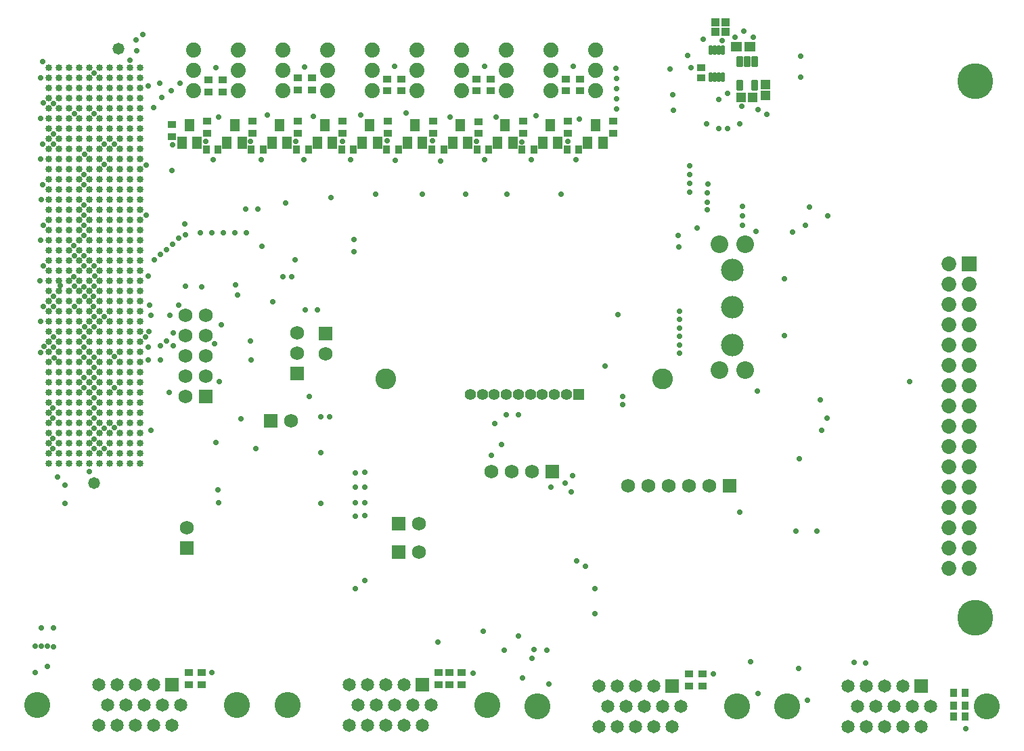
<source format=gbs>
G04*
G04 #@! TF.GenerationSoftware,Altium Limited,Altium Designer,20.0.10 (225)*
G04*
G04 Layer_Color=16711935*
%FSLAX25Y25*%
%MOIN*%
G70*
G01*
G75*
%ADD31R,0.03556X0.04343*%
%ADD32R,0.04147X0.03556*%
%ADD36R,0.04343X0.03556*%
%ADD37C,0.02800*%
%ADD38C,0.05800*%
%ADD39C,0.10249*%
%ADD40C,0.05556*%
%ADD41R,0.05556X0.05556*%
%ADD42C,0.12800*%
%ADD43C,0.06500*%
%ADD44R,0.06500X0.06500*%
%ADD45C,0.07400*%
%ADD46C,0.08700*%
%ADD47C,0.11100*%
%ADD48C,0.07296*%
%ADD49R,0.07296X0.07296*%
%ADD50R,0.06902X0.06902*%
%ADD51C,0.06902*%
%ADD52C,0.17700*%
%ADD53R,0.06902X0.06902*%
%ADD119C,0.03320*%
%ADD120R,0.04737X0.06312*%
%ADD121R,0.04343X0.03950*%
G04:AMPARAMS|DCode=122|XSize=19.81mil|YSize=47.37mil|CornerRadius=5.95mil|HoleSize=0mil|Usage=FLASHONLY|Rotation=180.000|XOffset=0mil|YOffset=0mil|HoleType=Round|Shape=RoundedRectangle|*
%AMROUNDEDRECTD122*
21,1,0.01981,0.03547,0,0,180.0*
21,1,0.00791,0.04737,0,0,180.0*
1,1,0.01190,-0.00396,0.01774*
1,1,0.01190,0.00396,0.01774*
1,1,0.01190,0.00396,-0.01774*
1,1,0.01190,-0.00396,-0.01774*
%
%ADD122ROUNDEDRECTD122*%
%ADD123R,0.04934X0.04934*%
G04:AMPARAMS|DCode=124|XSize=33.59mil|YSize=55.24mil|CornerRadius=5.92mil|HoleSize=0mil|Usage=FLASHONLY|Rotation=180.000|XOffset=0mil|YOffset=0mil|HoleType=Round|Shape=RoundedRectangle|*
%AMROUNDEDRECTD124*
21,1,0.03359,0.04341,0,0,180.0*
21,1,0.02175,0.05524,0,0,180.0*
1,1,0.01184,-0.01088,0.02170*
1,1,0.01184,0.01088,0.02170*
1,1,0.01184,0.01088,-0.02170*
1,1,0.01184,-0.01088,-0.02170*
%
%ADD124ROUNDEDRECTD124*%
%ADD125R,0.04540X0.04934*%
%ADD126R,0.05721X0.05131*%
D31*
X280753Y335300D02*
D03*
X274847D02*
D03*
X258540D02*
D03*
X252635D02*
D03*
X236328D02*
D03*
X230422D02*
D03*
X214115Y335300D02*
D03*
X208210D02*
D03*
X191903Y335300D02*
D03*
X185997D02*
D03*
X169690D02*
D03*
X163785D02*
D03*
X147478D02*
D03*
X141572D02*
D03*
X125265D02*
D03*
X119360D02*
D03*
X103053D02*
D03*
X97147D02*
D03*
X465147Y55800D02*
D03*
X471053D02*
D03*
X465147Y61400D02*
D03*
X471053D02*
D03*
X465147Y67600D02*
D03*
X471053D02*
D03*
D32*
X341000Y375461D02*
D03*
Y370539D02*
D03*
D36*
X208755Y343247D02*
D03*
Y349153D02*
D03*
X231100Y343200D02*
D03*
Y349106D02*
D03*
X253178Y343247D02*
D03*
Y349153D02*
D03*
X275389Y343247D02*
D03*
Y349153D02*
D03*
X297600Y343247D02*
D03*
Y349153D02*
D03*
X80100Y341747D02*
D03*
Y347653D02*
D03*
X88500Y71547D02*
D03*
Y77453D02*
D03*
X95000Y71547D02*
D03*
Y77453D02*
D03*
X211500Y71547D02*
D03*
Y77453D02*
D03*
X217000Y71547D02*
D03*
Y77453D02*
D03*
X223000Y71547D02*
D03*
Y77453D02*
D03*
X335000Y71047D02*
D03*
Y76953D02*
D03*
X341500Y71047D02*
D03*
Y76953D02*
D03*
X186544Y349153D02*
D03*
Y343247D02*
D03*
X164333Y349153D02*
D03*
Y343247D02*
D03*
X142122Y349153D02*
D03*
Y343247D02*
D03*
X119911Y349153D02*
D03*
Y343247D02*
D03*
X97700Y349153D02*
D03*
Y343247D02*
D03*
X98300Y369605D02*
D03*
Y363700D02*
D03*
X149300Y370605D02*
D03*
Y364700D02*
D03*
X186300Y370106D02*
D03*
Y364200D02*
D03*
X237300Y370106D02*
D03*
Y364200D02*
D03*
X274300Y370106D02*
D03*
Y364200D02*
D03*
X105300Y369605D02*
D03*
Y363700D02*
D03*
X142300Y370605D02*
D03*
Y364700D02*
D03*
X193300Y370106D02*
D03*
Y364200D02*
D03*
X230300Y370106D02*
D03*
Y364200D02*
D03*
X281300Y370106D02*
D03*
Y364200D02*
D03*
D37*
X387700Y147300D02*
D03*
X397900D02*
D03*
X389900Y371000D02*
D03*
Y381200D02*
D03*
X69346Y258700D02*
D03*
X83500D02*
D03*
X101800Y375653D02*
D03*
X68500Y238100D02*
D03*
X351300Y389000D02*
D03*
X326900Y362200D02*
D03*
X164225Y339275D02*
D03*
X299028Y375128D02*
D03*
X230133Y339353D02*
D03*
X334400Y381500D02*
D03*
X373300Y352500D02*
D03*
X360000Y348000D02*
D03*
X368900Y354800D02*
D03*
X239300Y200300D02*
D03*
X389100Y182900D02*
D03*
X158700Y311600D02*
D03*
X180600Y313400D02*
D03*
X399700Y211800D02*
D03*
X385850Y294650D02*
D03*
X392200Y297900D02*
D03*
X403100Y302500D02*
D03*
X242600Y190100D02*
D03*
X153600Y161000D02*
D03*
Y185900D02*
D03*
X368441Y216141D02*
D03*
X288500Y106600D02*
D03*
X329900Y287400D02*
D03*
X329600Y292800D02*
D03*
X339000Y296500D02*
D03*
X69800Y253500D02*
D03*
X59500Y379400D02*
D03*
X330200Y239040D02*
D03*
Y234900D02*
D03*
Y243180D02*
D03*
Y247320D02*
D03*
Y251460D02*
D03*
Y255600D02*
D03*
X299970Y253970D02*
D03*
X112700Y263600D02*
D03*
X121500Y187800D02*
D03*
X327400Y354500D02*
D03*
X361000Y356500D02*
D03*
X335900Y375500D02*
D03*
X80600Y337600D02*
D03*
X257500Y84700D02*
D03*
X368000Y294800D02*
D03*
X394100Y307000D02*
D03*
X361200Y297900D02*
D03*
Y302500D02*
D03*
Y307200D02*
D03*
X153600Y203500D02*
D03*
X52000Y338000D02*
D03*
X46900Y337900D02*
D03*
X41976Y352976D02*
D03*
X68500Y366600D02*
D03*
X32352Y352952D02*
D03*
X22000Y358000D02*
D03*
X62800Y383800D02*
D03*
X65982Y391818D02*
D03*
X259500Y351800D02*
D03*
X239900Y351400D02*
D03*
X217300D02*
D03*
X186370Y339530D02*
D03*
X195500Y353200D02*
D03*
X173100Y352300D02*
D03*
X150000Y351700D02*
D03*
X127100Y352300D02*
D03*
X212700Y329600D02*
D03*
X280900Y350400D02*
D03*
X279200Y330300D02*
D03*
X257100Y330200D02*
D03*
X234400Y330400D02*
D03*
X190300Y330100D02*
D03*
X224800Y313400D02*
D03*
X203700D02*
D03*
X299200Y355250D02*
D03*
Y370287D02*
D03*
Y365275D02*
D03*
Y360262D02*
D03*
X145500Y376100D02*
D03*
X168200Y330400D02*
D03*
X145300Y330300D02*
D03*
X119070Y339322D02*
D03*
X124400Y330200D02*
D03*
X100700Y330300D02*
D03*
X103200Y351200D02*
D03*
X96900Y339400D02*
D03*
X271900Y313400D02*
D03*
X245265D02*
D03*
X136400Y309000D02*
D03*
X122700Y306100D02*
D03*
X116500Y305800D02*
D03*
X86500Y298600D02*
D03*
X208700Y339500D02*
D03*
X111125Y294200D02*
D03*
X116800D02*
D03*
X252600Y339100D02*
D03*
X105450Y294200D02*
D03*
X71100Y356100D02*
D03*
X75152Y360952D02*
D03*
X79900Y364400D02*
D03*
X84311Y367991D02*
D03*
X94100Y294200D02*
D03*
X99775D02*
D03*
X111600Y268600D02*
D03*
X87000Y268000D02*
D03*
X83500Y291500D02*
D03*
X80500Y288500D02*
D03*
X77500Y286000D02*
D03*
X74500Y283500D02*
D03*
X42000Y188000D02*
D03*
X39600Y176700D02*
D03*
X41945Y192555D02*
D03*
X80300Y324900D02*
D03*
X141281Y339322D02*
D03*
X277039Y166650D02*
D03*
X170600Y119000D02*
D03*
X288500Y118800D02*
D03*
X279600Y132700D02*
D03*
X114319Y202575D02*
D03*
X41600Y263000D02*
D03*
X15500Y235200D02*
D03*
X17100Y238200D02*
D03*
X22000Y237900D02*
D03*
X21800Y243100D02*
D03*
X15500Y250500D02*
D03*
X16900Y258000D02*
D03*
X21900Y257900D02*
D03*
X22000Y263100D02*
D03*
X15400Y270500D02*
D03*
X31900Y272700D02*
D03*
X32300Y268000D02*
D03*
X37000Y267700D02*
D03*
X42200Y273000D02*
D03*
X42000Y268100D02*
D03*
X402900Y203000D02*
D03*
X266000Y71900D02*
D03*
X252900Y75100D02*
D03*
X471200Y49900D02*
D03*
X368900Y67400D02*
D03*
X16500Y378500D02*
D03*
X16799Y358116D02*
D03*
X37100Y333100D02*
D03*
X67600Y303000D02*
D03*
X37100Y263100D02*
D03*
X52000Y198200D02*
D03*
X360000Y156500D02*
D03*
X46800Y253100D02*
D03*
X68800Y245700D02*
D03*
X51800Y218000D02*
D03*
Y233150D02*
D03*
X67327Y242902D02*
D03*
X47000Y188000D02*
D03*
X42000Y278000D02*
D03*
X37000Y303000D02*
D03*
X37040Y322960D02*
D03*
X42000Y373000D02*
D03*
X400200Y197100D02*
D03*
X175300Y123100D02*
D03*
X103100Y161400D02*
D03*
X103000Y167600D02*
D03*
X170700Y154700D02*
D03*
X175300Y154800D02*
D03*
X175400Y161400D02*
D03*
X170600Y161300D02*
D03*
X344100Y318200D02*
D03*
X335168Y327407D02*
D03*
X335100Y323100D02*
D03*
Y318500D02*
D03*
Y314300D02*
D03*
X344000Y313900D02*
D03*
Y309300D02*
D03*
Y305500D02*
D03*
X86800Y293300D02*
D03*
X357500Y390550D02*
D03*
X361800Y393500D02*
D03*
X366500Y390500D02*
D03*
X416262Y82524D02*
D03*
X421962Y82324D02*
D03*
X365400Y82800D02*
D03*
X393400Y63800D02*
D03*
X388762Y79724D02*
D03*
X74107Y368093D02*
D03*
X62500Y389300D02*
D03*
X17000Y298000D02*
D03*
X25300Y268236D02*
D03*
X22000Y338000D02*
D03*
X32200Y282900D02*
D03*
X32000Y288000D02*
D03*
X347000Y77000D02*
D03*
X170600Y168800D02*
D03*
X170700Y175900D02*
D03*
X175400Y168800D02*
D03*
X175300Y176200D02*
D03*
X158000Y203500D02*
D03*
X119300Y231600D02*
D03*
X118800Y241000D02*
D03*
X145787Y256250D02*
D03*
X104500Y248871D02*
D03*
X101163Y239663D02*
D03*
X79282Y253482D02*
D03*
X41700Y258000D02*
D03*
X32300Y258054D02*
D03*
X79000Y215600D02*
D03*
X37100Y247900D02*
D03*
X15500Y330500D02*
D03*
X16000Y310500D02*
D03*
X17000Y278000D02*
D03*
X16500Y318000D02*
D03*
X15500Y290500D02*
D03*
X68500Y231450D02*
D03*
X74561D02*
D03*
X129800Y260400D02*
D03*
X139287Y272547D02*
D03*
X67600Y327600D02*
D03*
X94800Y267600D02*
D03*
X275400Y339400D02*
D03*
X284000Y130000D02*
D03*
X267000Y169000D02*
D03*
X277500Y174500D02*
D03*
X273965Y171000D02*
D03*
X148000Y213500D02*
D03*
X102000Y191000D02*
D03*
X42015Y208000D02*
D03*
X103500Y221000D02*
D03*
X37000Y218018D02*
D03*
X42000Y218000D02*
D03*
X37000Y233000D02*
D03*
X70000Y197000D02*
D03*
X42000Y203000D02*
D03*
X47000Y198000D02*
D03*
X42000Y213000D02*
D03*
X211229Y92607D02*
D03*
X233500Y98000D02*
D03*
X251000Y95500D02*
D03*
X258500Y89000D02*
D03*
X244000Y88500D02*
D03*
X265000D02*
D03*
X151764Y256274D02*
D03*
X354047Y345744D02*
D03*
X37000Y308000D02*
D03*
Y318000D02*
D03*
X68500Y273000D02*
D03*
X81000Y238500D02*
D03*
Y245000D02*
D03*
X302250Y213500D02*
D03*
Y209550D02*
D03*
X37000Y278000D02*
D03*
Y283000D02*
D03*
Y293000D02*
D03*
Y298000D02*
D03*
X293498Y228502D02*
D03*
X349437Y345634D02*
D03*
X349500Y360000D02*
D03*
X354000Y363000D02*
D03*
X325500Y375000D02*
D03*
X41982Y232982D02*
D03*
X37000Y238000D02*
D03*
X74500Y238500D02*
D03*
X77500Y241000D02*
D03*
X71500Y281000D02*
D03*
X37000Y223000D02*
D03*
X228500Y77273D02*
D03*
X100000Y77500D02*
D03*
X16000Y99500D02*
D03*
X22000D02*
D03*
X21997Y90376D02*
D03*
X19000Y90500D02*
D03*
X13000D02*
D03*
X16000D02*
D03*
X19000Y80500D02*
D03*
X13000Y77500D02*
D03*
X124500Y287500D02*
D03*
X27597Y169965D02*
D03*
X27500Y161036D02*
D03*
X24000Y174000D02*
D03*
X170000Y285000D02*
D03*
X42000Y198000D02*
D03*
X21700Y193000D02*
D03*
Y188000D02*
D03*
Y208000D02*
D03*
Y203000D02*
D03*
X22100Y232466D02*
D03*
X16750Y338000D02*
D03*
X37000Y243000D02*
D03*
X47000Y328000D02*
D03*
X22000Y343000D02*
D03*
X15500Y370500D02*
D03*
Y350500D02*
D03*
X42000Y228000D02*
D03*
X237500Y184500D02*
D03*
X250800Y204500D02*
D03*
X382000Y271500D02*
D03*
Y243500D02*
D03*
X42000Y253000D02*
D03*
Y248000D02*
D03*
Y223000D02*
D03*
X244800Y204500D02*
D03*
X343500Y348000D02*
D03*
X443500Y221000D02*
D03*
X170000Y291000D02*
D03*
X341803Y389461D02*
D03*
X140787Y281047D02*
D03*
X134787Y272547D02*
D03*
X189800Y376238D02*
D03*
X234300Y376153D02*
D03*
X277800D02*
D03*
D38*
X42000Y170949D02*
D03*
X54008Y385051D02*
D03*
D39*
X321957Y222277D02*
D03*
X185737D02*
D03*
D40*
X227272Y214600D02*
D03*
X233178D02*
D03*
X239084D02*
D03*
X244989D02*
D03*
X250894D02*
D03*
X256800D02*
D03*
X262705D02*
D03*
X268611D02*
D03*
X274517D02*
D03*
D41*
X280422D02*
D03*
D42*
X383200Y61100D02*
D03*
X481600D02*
D03*
X260300Y61000D02*
D03*
X358700D02*
D03*
X14000Y61500D02*
D03*
X112400D02*
D03*
X137300D02*
D03*
X235700D02*
D03*
D43*
X413400Y51100D02*
D03*
X422400D02*
D03*
X431400D02*
D03*
X440400D02*
D03*
X449400D02*
D03*
X417900Y61100D02*
D03*
X426900D02*
D03*
X435900D02*
D03*
X444900D02*
D03*
X453900D02*
D03*
X413400Y71100D02*
D03*
X422400D02*
D03*
X431400D02*
D03*
X440400D02*
D03*
X290500Y51000D02*
D03*
X299500D02*
D03*
X308500D02*
D03*
X317500D02*
D03*
X326500D02*
D03*
X295000Y61000D02*
D03*
X304000D02*
D03*
X313000D02*
D03*
X322000D02*
D03*
X331000D02*
D03*
X290500Y71000D02*
D03*
X299500D02*
D03*
X308500D02*
D03*
X317500D02*
D03*
X44200Y51500D02*
D03*
X53200D02*
D03*
X62200D02*
D03*
X71200D02*
D03*
X80200D02*
D03*
X48700Y61500D02*
D03*
X57700D02*
D03*
X66700D02*
D03*
X75700D02*
D03*
X84700D02*
D03*
X44200Y71500D02*
D03*
X53200D02*
D03*
X62200D02*
D03*
X71200D02*
D03*
X167500Y51500D02*
D03*
X176500D02*
D03*
X185500D02*
D03*
X194500D02*
D03*
X203500D02*
D03*
X172000Y61500D02*
D03*
X181000D02*
D03*
X190000D02*
D03*
X199000D02*
D03*
X208000D02*
D03*
X167500Y71500D02*
D03*
X176500D02*
D03*
X185500D02*
D03*
X194500D02*
D03*
D44*
X449400Y71100D02*
D03*
X326500Y71000D02*
D03*
X80200Y71500D02*
D03*
X203500D02*
D03*
D45*
X90800Y374153D02*
D03*
Y384153D02*
D03*
Y364153D02*
D03*
X112800Y374153D02*
D03*
Y384153D02*
D03*
Y364153D02*
D03*
X134800Y374153D02*
D03*
Y384153D02*
D03*
Y364153D02*
D03*
X156800Y374153D02*
D03*
Y384153D02*
D03*
Y364153D02*
D03*
X178800Y374153D02*
D03*
Y384153D02*
D03*
Y364153D02*
D03*
X200800Y374153D02*
D03*
Y384153D02*
D03*
Y364153D02*
D03*
X222800Y374153D02*
D03*
Y384153D02*
D03*
Y364153D02*
D03*
X244800Y374153D02*
D03*
Y384153D02*
D03*
Y364153D02*
D03*
X266800Y374153D02*
D03*
Y384153D02*
D03*
Y364153D02*
D03*
X288800Y374153D02*
D03*
Y384153D02*
D03*
Y364153D02*
D03*
D46*
X362600Y226500D02*
D03*
X350000D02*
D03*
Y288700D02*
D03*
X362600D02*
D03*
D47*
X356300Y239100D02*
D03*
Y276100D02*
D03*
Y257600D02*
D03*
D48*
X463000Y129000D02*
D03*
Y139000D02*
D03*
Y149000D02*
D03*
Y159000D02*
D03*
X473000Y129000D02*
D03*
Y139000D02*
D03*
Y149000D02*
D03*
Y159000D02*
D03*
X463000Y209000D02*
D03*
X473000D02*
D03*
X463000Y229000D02*
D03*
X473000D02*
D03*
X463000Y249000D02*
D03*
X473000D02*
D03*
X463000Y269000D02*
D03*
X473000D02*
D03*
X463000Y279000D02*
D03*
X473000Y259000D02*
D03*
X463000D02*
D03*
X473000Y239000D02*
D03*
X463000D02*
D03*
X473000Y219000D02*
D03*
X463000D02*
D03*
X473000Y199000D02*
D03*
X463000D02*
D03*
X473000Y189000D02*
D03*
X463000D02*
D03*
X473000Y179000D02*
D03*
X463000D02*
D03*
X473000Y169000D02*
D03*
X463000D02*
D03*
D49*
X473000Y279000D02*
D03*
D50*
X87700Y139100D02*
D03*
X97000Y213500D02*
D03*
X142000Y225000D02*
D03*
X156000Y244500D02*
D03*
D51*
X87700Y149100D02*
D03*
X97000Y223500D02*
D03*
Y233500D02*
D03*
Y243500D02*
D03*
Y253500D02*
D03*
X87000Y213500D02*
D03*
Y223500D02*
D03*
Y233500D02*
D03*
Y243500D02*
D03*
Y253500D02*
D03*
X139000Y201500D02*
D03*
X237500Y176500D02*
D03*
X247500D02*
D03*
X257500D02*
D03*
X142000Y235000D02*
D03*
Y245000D02*
D03*
X156000Y234500D02*
D03*
X202000Y137100D02*
D03*
Y151000D02*
D03*
X305000Y169500D02*
D03*
X315000D02*
D03*
X325000D02*
D03*
X335000D02*
D03*
X345000D02*
D03*
D52*
X476000Y369000D02*
D03*
Y104700D02*
D03*
D53*
X129000Y201500D02*
D03*
X267500Y176500D02*
D03*
X192000Y137100D02*
D03*
Y151000D02*
D03*
X355000Y169500D02*
D03*
D119*
X64500Y375500D02*
D03*
X59500D02*
D03*
X54500D02*
D03*
X49500D02*
D03*
X44500D02*
D03*
X39500D02*
D03*
X34500D02*
D03*
X29500D02*
D03*
X24500D02*
D03*
X19500D02*
D03*
X64500Y370500D02*
D03*
X59500D02*
D03*
X54500D02*
D03*
X49500D02*
D03*
X44500D02*
D03*
X39500D02*
D03*
X34500D02*
D03*
X29500D02*
D03*
X24500D02*
D03*
X19500D02*
D03*
X64500Y365500D02*
D03*
X59500D02*
D03*
X54500D02*
D03*
X49500D02*
D03*
X44500D02*
D03*
X39500D02*
D03*
X34500D02*
D03*
X29500D02*
D03*
X24500D02*
D03*
X19500D02*
D03*
X64500Y360500D02*
D03*
X59500D02*
D03*
X54500D02*
D03*
X49500D02*
D03*
X44500D02*
D03*
X39500D02*
D03*
X34500D02*
D03*
X29500D02*
D03*
X24500D02*
D03*
X19500D02*
D03*
X64500Y355500D02*
D03*
X59500D02*
D03*
X54500D02*
D03*
X49500D02*
D03*
X44500D02*
D03*
X39500D02*
D03*
X34500D02*
D03*
X29500D02*
D03*
X24500D02*
D03*
X19500D02*
D03*
X64500Y350500D02*
D03*
X59500D02*
D03*
X54500D02*
D03*
X49500D02*
D03*
X44500D02*
D03*
X39500D02*
D03*
X34500D02*
D03*
X29500D02*
D03*
X24500D02*
D03*
X19500D02*
D03*
X64500Y345500D02*
D03*
X59500D02*
D03*
X54500D02*
D03*
X49500D02*
D03*
X44500D02*
D03*
X39500D02*
D03*
X34500D02*
D03*
X29500D02*
D03*
X24500D02*
D03*
X19500D02*
D03*
X64500Y340500D02*
D03*
X59500D02*
D03*
X54500D02*
D03*
X49500D02*
D03*
X44500D02*
D03*
X39500D02*
D03*
X34500D02*
D03*
X29500D02*
D03*
X24500D02*
D03*
X19500D02*
D03*
X64500Y335500D02*
D03*
X59500D02*
D03*
X54500D02*
D03*
X49500D02*
D03*
X44500D02*
D03*
X39500D02*
D03*
X34500D02*
D03*
X29500D02*
D03*
X24500D02*
D03*
X19500D02*
D03*
X64500Y330500D02*
D03*
X59500D02*
D03*
X54500D02*
D03*
X49500D02*
D03*
X44500D02*
D03*
X39500D02*
D03*
X34500D02*
D03*
X29500D02*
D03*
X24500D02*
D03*
X19500D02*
D03*
X64500Y325500D02*
D03*
X59500D02*
D03*
X54500D02*
D03*
X49500D02*
D03*
X44500D02*
D03*
X39500D02*
D03*
X34500D02*
D03*
X29500D02*
D03*
X24500D02*
D03*
X19500D02*
D03*
X64500Y320500D02*
D03*
X59500D02*
D03*
X54500D02*
D03*
X49500D02*
D03*
X44500D02*
D03*
X39500D02*
D03*
X34500D02*
D03*
X29500D02*
D03*
X24500D02*
D03*
X19500D02*
D03*
X64500Y315500D02*
D03*
X59500D02*
D03*
X54500D02*
D03*
X49500D02*
D03*
X44500D02*
D03*
X39500D02*
D03*
X34500D02*
D03*
X29500D02*
D03*
X24500D02*
D03*
X19500D02*
D03*
X64500Y310500D02*
D03*
X59500D02*
D03*
X54500D02*
D03*
X49500D02*
D03*
X44500D02*
D03*
X39500D02*
D03*
X34500D02*
D03*
X29500D02*
D03*
X24500D02*
D03*
X19500D02*
D03*
X64500Y305500D02*
D03*
X59500D02*
D03*
X54500D02*
D03*
X49500D02*
D03*
X44500D02*
D03*
X39500D02*
D03*
X34500D02*
D03*
X29500D02*
D03*
X24500D02*
D03*
X19500D02*
D03*
X64500Y300500D02*
D03*
X59500D02*
D03*
X54500D02*
D03*
X49500D02*
D03*
X44500D02*
D03*
X39500D02*
D03*
X34500D02*
D03*
X29500D02*
D03*
X24500D02*
D03*
X19500D02*
D03*
X64500Y295500D02*
D03*
X59500D02*
D03*
X54500D02*
D03*
X49500D02*
D03*
X44500D02*
D03*
X39500D02*
D03*
X34500D02*
D03*
X29500D02*
D03*
X24500D02*
D03*
X19500D02*
D03*
X64500Y290500D02*
D03*
X59500D02*
D03*
X54500D02*
D03*
X49500D02*
D03*
X44500D02*
D03*
X39500D02*
D03*
X34500D02*
D03*
X29500D02*
D03*
X24500D02*
D03*
X19500D02*
D03*
X64500Y285500D02*
D03*
X59500D02*
D03*
X54500D02*
D03*
X49500D02*
D03*
X44500D02*
D03*
X39500D02*
D03*
X34500D02*
D03*
X29500D02*
D03*
X24500D02*
D03*
X19500D02*
D03*
X64500Y280500D02*
D03*
X59500D02*
D03*
X54500D02*
D03*
X49500D02*
D03*
X44500D02*
D03*
X39500D02*
D03*
X34500D02*
D03*
X29500D02*
D03*
X24500D02*
D03*
X19500D02*
D03*
X64500Y275500D02*
D03*
X59500D02*
D03*
X54500D02*
D03*
X49500D02*
D03*
X44500D02*
D03*
X39500D02*
D03*
X34500D02*
D03*
X29500D02*
D03*
X24500D02*
D03*
X19500D02*
D03*
X64500Y270500D02*
D03*
X59500D02*
D03*
X54500D02*
D03*
X49500D02*
D03*
X44500D02*
D03*
X39500D02*
D03*
X34500D02*
D03*
X29500D02*
D03*
X24500D02*
D03*
X19500D02*
D03*
X64500Y265500D02*
D03*
X59500D02*
D03*
X54500D02*
D03*
X49500D02*
D03*
X44500D02*
D03*
X39500D02*
D03*
X34500D02*
D03*
X29500D02*
D03*
X24500D02*
D03*
X19500D02*
D03*
X64500Y260500D02*
D03*
X59500D02*
D03*
X54500D02*
D03*
X49500D02*
D03*
X44500D02*
D03*
X39500D02*
D03*
X34500D02*
D03*
X29500D02*
D03*
X24500D02*
D03*
X19500D02*
D03*
X64500Y255500D02*
D03*
X59500D02*
D03*
X54500D02*
D03*
X49500D02*
D03*
X44500D02*
D03*
X39500D02*
D03*
X34500D02*
D03*
X29500D02*
D03*
X24500D02*
D03*
X19500D02*
D03*
X64500Y250500D02*
D03*
X59500D02*
D03*
X54500D02*
D03*
X49500D02*
D03*
X44500D02*
D03*
X39500D02*
D03*
X34500D02*
D03*
X29500D02*
D03*
X24500D02*
D03*
X19500D02*
D03*
X64500Y245500D02*
D03*
X59500D02*
D03*
X54500D02*
D03*
X49500D02*
D03*
X44500D02*
D03*
X39500D02*
D03*
X34500D02*
D03*
X29500D02*
D03*
X24500D02*
D03*
X19500D02*
D03*
X64500Y240500D02*
D03*
X59500D02*
D03*
X54500D02*
D03*
X49500D02*
D03*
X44500D02*
D03*
X39500D02*
D03*
X34500D02*
D03*
X29500D02*
D03*
X24500D02*
D03*
X19500D02*
D03*
X64500Y235500D02*
D03*
X59500D02*
D03*
X54500D02*
D03*
X49500D02*
D03*
X44500D02*
D03*
X39500D02*
D03*
X34500D02*
D03*
X29500D02*
D03*
X24500D02*
D03*
X19500D02*
D03*
X64500Y230500D02*
D03*
X59500D02*
D03*
X54500D02*
D03*
X49500D02*
D03*
X44500D02*
D03*
X39500D02*
D03*
X34500D02*
D03*
X29500D02*
D03*
X24500D02*
D03*
X19500D02*
D03*
X64500Y225500D02*
D03*
X59500D02*
D03*
X54500D02*
D03*
X49500D02*
D03*
X44500D02*
D03*
X39500D02*
D03*
X34500D02*
D03*
X29500D02*
D03*
X24500D02*
D03*
X19500D02*
D03*
X64500Y220500D02*
D03*
X59500D02*
D03*
X54500D02*
D03*
X49500D02*
D03*
X44500D02*
D03*
X39500D02*
D03*
X34500D02*
D03*
X29500D02*
D03*
X24500D02*
D03*
X19500D02*
D03*
X64500Y215500D02*
D03*
X59500D02*
D03*
X54500D02*
D03*
X49500D02*
D03*
X44500D02*
D03*
X39500D02*
D03*
X34500D02*
D03*
X29500D02*
D03*
X24500D02*
D03*
X19500D02*
D03*
X64500Y210500D02*
D03*
X59500D02*
D03*
X54500D02*
D03*
X49500D02*
D03*
X44500D02*
D03*
X39500D02*
D03*
X34500D02*
D03*
X29500D02*
D03*
X24500D02*
D03*
X19500D02*
D03*
X64500Y205500D02*
D03*
X59500D02*
D03*
X54500D02*
D03*
X49500D02*
D03*
X44500D02*
D03*
X39500D02*
D03*
X34500D02*
D03*
X29500D02*
D03*
X24500D02*
D03*
X19500D02*
D03*
X64500Y200500D02*
D03*
X59500D02*
D03*
X54500D02*
D03*
X49500D02*
D03*
X44500D02*
D03*
X39500D02*
D03*
X34500D02*
D03*
X29500D02*
D03*
X24500D02*
D03*
X19500D02*
D03*
X64500Y195500D02*
D03*
X59500D02*
D03*
X54500D02*
D03*
X49500D02*
D03*
X44500D02*
D03*
X39500D02*
D03*
X34500D02*
D03*
X29500D02*
D03*
X24500D02*
D03*
X19500D02*
D03*
X64500Y190500D02*
D03*
X59500D02*
D03*
X54500D02*
D03*
X49500D02*
D03*
X44500D02*
D03*
X39500D02*
D03*
X34500D02*
D03*
X29500D02*
D03*
X24500D02*
D03*
X19500D02*
D03*
X64500Y185500D02*
D03*
X59500D02*
D03*
X54500D02*
D03*
X49500D02*
D03*
X44500D02*
D03*
X39500D02*
D03*
X34500D02*
D03*
X29500D02*
D03*
X24500D02*
D03*
X19500D02*
D03*
X64500Y180500D02*
D03*
X59500D02*
D03*
X54500D02*
D03*
X49500D02*
D03*
X44500D02*
D03*
X39500D02*
D03*
X34500D02*
D03*
X29500D02*
D03*
X24500D02*
D03*
X19500D02*
D03*
D120*
X88900Y347331D02*
D03*
X85160Y338669D02*
D03*
X92640D02*
D03*
X111111Y347331D02*
D03*
X107371Y338669D02*
D03*
X114851D02*
D03*
X133322Y347331D02*
D03*
X129582Y338669D02*
D03*
X137062D02*
D03*
X155533Y347331D02*
D03*
X151793Y338669D02*
D03*
X159274D02*
D03*
X177744Y347331D02*
D03*
X174004Y338669D02*
D03*
X181485D02*
D03*
X199955Y347331D02*
D03*
X196215Y338669D02*
D03*
X203696D02*
D03*
X222167Y347331D02*
D03*
X218426Y338669D02*
D03*
X225907D02*
D03*
X244378Y347331D02*
D03*
X240637Y338669D02*
D03*
X248118D02*
D03*
X266589Y347331D02*
D03*
X262849Y338669D02*
D03*
X270329D02*
D03*
X288800Y347331D02*
D03*
X285060Y338669D02*
D03*
X292540D02*
D03*
D121*
X348000Y398062D02*
D03*
Y393338D02*
D03*
X353000D02*
D03*
Y398062D02*
D03*
D122*
X351453Y370807D02*
D03*
X349484D02*
D03*
X347516D02*
D03*
X345547D02*
D03*
X351453Y384193D02*
D03*
X349484D02*
D03*
X347516D02*
D03*
X345547D02*
D03*
D123*
X372500Y367158D02*
D03*
Y361842D02*
D03*
D124*
X359826Y366980D02*
D03*
X367306D02*
D03*
Y378594D02*
D03*
X363566D02*
D03*
X359826D02*
D03*
D125*
X366354Y361000D02*
D03*
X360646D02*
D03*
D126*
X364913Y385787D02*
D03*
X358220D02*
D03*
M02*

</source>
